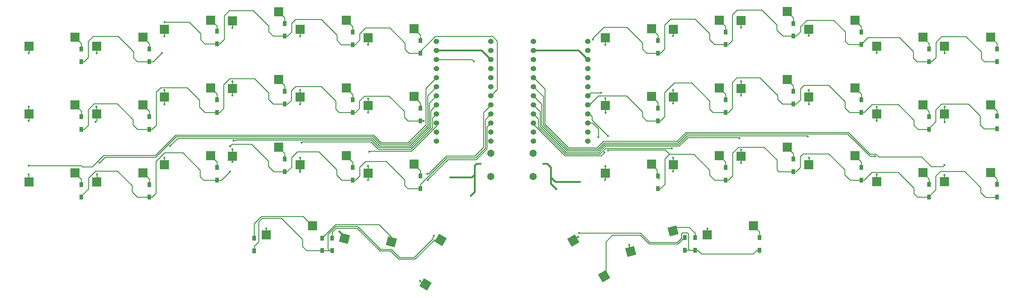
<source format=gbl>
G04 #@! TF.GenerationSoftware,KiCad,Pcbnew,7.0.1*
G04 #@! TF.CreationDate,2023-03-26T00:44:14-07:00*
G04 #@! TF.ProjectId,corne-wireless,636f726e-652d-4776-9972-656c6573732e,3.0.1*
G04 #@! TF.SameCoordinates,Original*
G04 #@! TF.FileFunction,Copper,L2,Bot*
G04 #@! TF.FilePolarity,Positive*
%FSLAX46Y46*%
G04 Gerber Fmt 4.6, Leading zero omitted, Abs format (unit mm)*
G04 Created by KiCad (PCBNEW 7.0.1) date 2023-03-26 00:44:14*
%MOMM*%
%LPD*%
G01*
G04 APERTURE LIST*
G04 Aperture macros list*
%AMRotRect*
0 Rectangle, with rotation*
0 The origin of the aperture is its center*
0 $1 length*
0 $2 width*
0 $3 Rotation angle, in degrees counterclockwise*
0 Add horizontal line*
21,1,$1,$2,0,0,$3*%
G04 Aperture macros list end*
G04 #@! TA.AperFunction,ComponentPad*
%ADD10C,2.000000*%
G04 #@! TD*
G04 #@! TA.AperFunction,SMDPad,CuDef*
%ADD11R,2.550000X2.500000*%
G04 #@! TD*
G04 #@! TA.AperFunction,SMDPad,CuDef*
%ADD12RotRect,2.550000X2.500000X165.000000*%
G04 #@! TD*
G04 #@! TA.AperFunction,SMDPad,CuDef*
%ADD13RotRect,2.550000X2.500000X240.000000*%
G04 #@! TD*
G04 #@! TA.AperFunction,SMDPad,CuDef*
%ADD14RotRect,2.550000X2.500000X120.000000*%
G04 #@! TD*
G04 #@! TA.AperFunction,SMDPad,CuDef*
%ADD15RotRect,2.550000X2.500000X195.000000*%
G04 #@! TD*
G04 #@! TA.AperFunction,ComponentPad*
%ADD16C,1.524000*%
G04 #@! TD*
G04 #@! TA.AperFunction,SMDPad,CuDef*
%ADD17R,1.000000X1.400000*%
G04 #@! TD*
G04 #@! TA.AperFunction,ViaPad*
%ADD18C,0.600000*%
G04 #@! TD*
G04 #@! TA.AperFunction,Conductor*
%ADD19C,0.508000*%
G04 #@! TD*
G04 #@! TA.AperFunction,Conductor*
%ADD20C,0.250000*%
G04 #@! TD*
G04 #@! TA.AperFunction,Conductor*
%ADD21C,0.254000*%
G04 #@! TD*
G04 #@! TA.AperFunction,Conductor*
%ADD22C,0.500000*%
G04 #@! TD*
G04 APERTURE END LIST*
D10*
X142424500Y-69781000D03*
X142424500Y-63281000D03*
D11*
X32022500Y-33240000D03*
X44949500Y-30700000D03*
X51022500Y-28490000D03*
X63949500Y-25950000D03*
X70022500Y-26115000D03*
X82949500Y-23575000D03*
X89022500Y-28490000D03*
X101949500Y-25950000D03*
X13022500Y-52240000D03*
X25949500Y-49700000D03*
X32022500Y-52240000D03*
X44949500Y-49700000D03*
X51022500Y-47490000D03*
X63949500Y-44950000D03*
X70022500Y-45115000D03*
X82949500Y-42575000D03*
X89022500Y-47490000D03*
X101949500Y-44950000D03*
X108022500Y-49865000D03*
X120949500Y-47325000D03*
X13022500Y-71240000D03*
X25949500Y-68700000D03*
X32022500Y-71240000D03*
X44949500Y-68700000D03*
X51022500Y-66490000D03*
X63949500Y-63950000D03*
X70022500Y-64115000D03*
X82949500Y-61575000D03*
X89022500Y-66490000D03*
X101949500Y-63950000D03*
X108022500Y-68865000D03*
X120949500Y-66325000D03*
X79522500Y-86115000D03*
X92449500Y-83575000D03*
D12*
X101421316Y-87117815D03*
X114565239Y-88010118D03*
D13*
X124115295Y-100020790D03*
X128379091Y-87555680D03*
D14*
X165521705Y-87744210D03*
X174184909Y-97669320D03*
D10*
X154304500Y-69772000D03*
X154304500Y-63272000D03*
D11*
X212529500Y-64110000D03*
X225456500Y-61570000D03*
X193529500Y-66485000D03*
X206456500Y-63945000D03*
X174529500Y-68860000D03*
X187456500Y-66320000D03*
X203029500Y-86110000D03*
X215956500Y-83570000D03*
D15*
X181613515Y-90780281D03*
X193442638Y-84981076D03*
D11*
X212529500Y-26110000D03*
X225456500Y-23570000D03*
X193529500Y-28485000D03*
X206456500Y-25945000D03*
X269529500Y-52235000D03*
X282456500Y-49695000D03*
X231529500Y-28485000D03*
X244456500Y-25945000D03*
X250529500Y-52235000D03*
X263456500Y-49695000D03*
X250529500Y-71235000D03*
X263456500Y-68695000D03*
X231529500Y-66485000D03*
X244456500Y-63945000D03*
X269529500Y-33235000D03*
X282456500Y-30695000D03*
X250529500Y-33235000D03*
X263456500Y-30695000D03*
X231529500Y-47485000D03*
X244456500Y-44945000D03*
X212529500Y-45110000D03*
X225456500Y-42570000D03*
X193529500Y-47485000D03*
X206456500Y-44945000D03*
X174529500Y-49860000D03*
X187456500Y-47320000D03*
X269529500Y-71235000D03*
X282456500Y-68695000D03*
X13022500Y-33240000D03*
X25949500Y-30700000D03*
X108022500Y-30865000D03*
X120949500Y-28325000D03*
X174522500Y-30865000D03*
X187449500Y-28325000D03*
D16*
X142423900Y-31942000D03*
X142423900Y-34482000D03*
X142423900Y-37022000D03*
X142423900Y-39562000D03*
X142423900Y-42102000D03*
X142423900Y-44642000D03*
X142423900Y-47182000D03*
X142423900Y-49722000D03*
X142423900Y-52262000D03*
X142423900Y-54802000D03*
X142423900Y-57342000D03*
X142423900Y-59882000D03*
X127203900Y-59882000D03*
X127203900Y-57342000D03*
X127203900Y-54802000D03*
X127203900Y-52262000D03*
X127203900Y-49722000D03*
X127203900Y-47182000D03*
X127203900Y-44642000D03*
X127203900Y-42102000D03*
X127203900Y-39562000D03*
X127203900Y-37022000D03*
X127203900Y-34482000D03*
X127203900Y-31942000D03*
X169598900Y-31912000D03*
X169598900Y-34452000D03*
X169598900Y-36992000D03*
X169598900Y-39532000D03*
X169598900Y-42072000D03*
X169598900Y-44612000D03*
X169598900Y-47152000D03*
X169598900Y-49692000D03*
X169598900Y-52232000D03*
X169598900Y-54772000D03*
X169598900Y-57312000D03*
X169598900Y-59852000D03*
X154378900Y-59852000D03*
X154378900Y-57312000D03*
X154378900Y-54772000D03*
X154378900Y-52232000D03*
X154378900Y-49692000D03*
X154378900Y-47152000D03*
X154378900Y-44612000D03*
X154378900Y-42072000D03*
X154378900Y-39532000D03*
X154378900Y-36992000D03*
X154378900Y-34452000D03*
X154378900Y-31912000D03*
D17*
X27734500Y-37551875D03*
X27734500Y-34001875D03*
X46734500Y-37555000D03*
X46734500Y-34005000D03*
X65707500Y-32555000D03*
X65707500Y-29005000D03*
X84707500Y-30430000D03*
X84707500Y-26880000D03*
X103707500Y-32805000D03*
X103707500Y-29255000D03*
X122707500Y-35180000D03*
X122707500Y-31630000D03*
X27734500Y-56551875D03*
X27734500Y-53001875D03*
X46734500Y-56555000D03*
X46734500Y-53005000D03*
X65707500Y-51805000D03*
X65707500Y-48255000D03*
X84707500Y-49430000D03*
X84707500Y-45880000D03*
X103707500Y-51805000D03*
X103707500Y-48255000D03*
X122707500Y-54180000D03*
X122707500Y-50630000D03*
X27734500Y-75551875D03*
X27734500Y-72001875D03*
X46734500Y-75555000D03*
X46734500Y-72005000D03*
X65707500Y-70805000D03*
X65707500Y-67255000D03*
X84707500Y-68430000D03*
X84707500Y-64880000D03*
X103707500Y-70805000D03*
X103707500Y-67255000D03*
X122707500Y-73180000D03*
X122707500Y-69630000D03*
X76157500Y-90545000D03*
X76157500Y-86995000D03*
X95164500Y-90540000D03*
X95164500Y-86990000D03*
X98007500Y-90540000D03*
X98007500Y-86990000D03*
X265214500Y-37550000D03*
X265214500Y-34000000D03*
X246214500Y-32800000D03*
X246214500Y-29250000D03*
X227214500Y-30425000D03*
X227214500Y-26875000D03*
X189207500Y-35180000D03*
X189207500Y-31630000D03*
X284214500Y-56400000D03*
X284214500Y-52850000D03*
X265214500Y-56550000D03*
X265214500Y-53000000D03*
X246214500Y-51800000D03*
X246214500Y-48250000D03*
X227214500Y-49425000D03*
X227214500Y-45875000D03*
X208214500Y-51800000D03*
X208214500Y-48250000D03*
X189207500Y-54180000D03*
X189207500Y-50630000D03*
X284214500Y-75550000D03*
X284214500Y-72000000D03*
X265214500Y-75550000D03*
X265214500Y-72000000D03*
X246214500Y-70800000D03*
X246214500Y-67250000D03*
X227214500Y-68425000D03*
X227214500Y-64875000D03*
X208214500Y-70800000D03*
X208214500Y-67250000D03*
X189207500Y-73180000D03*
X189207500Y-69630000D03*
X217714500Y-90410000D03*
X217714500Y-86860000D03*
X199664500Y-90425000D03*
X199664500Y-86875000D03*
X196814500Y-90425000D03*
X196814500Y-86875000D03*
X284214500Y-37550000D03*
X284214500Y-34000000D03*
X208214500Y-32800000D03*
X208214500Y-29250000D03*
D18*
X160823500Y-73272000D03*
X167427500Y-71240000D03*
X157192500Y-66160000D03*
X136872500Y-75170000D03*
X137709500Y-37458000D03*
X137709500Y-37458000D03*
X139545500Y-66160000D03*
X131105500Y-69970000D03*
X51107500Y-26505000D03*
X50307500Y-35105000D03*
X123607500Y-54205000D03*
X124607500Y-69005000D03*
X69382500Y-61305000D03*
X69382500Y-68405000D03*
X126493737Y-86382353D03*
X124807500Y-70805000D03*
X13007500Y-50205000D03*
X13007500Y-66705000D03*
X13007500Y-54205000D03*
X13007500Y-69205000D03*
X13007500Y-35205000D03*
X31707500Y-54405000D03*
X32107500Y-69205000D03*
X31964840Y-50194907D03*
X32796949Y-65894449D03*
X32007500Y-35205000D03*
X52577078Y-61174578D03*
X51007500Y-64505000D03*
X51007500Y-45505000D03*
X51007500Y-30505000D03*
X51007500Y-49505000D03*
X70007500Y-43105000D03*
X70007500Y-62105000D03*
X70007500Y-28105000D03*
X70007500Y-47105000D03*
X79507500Y-84305000D03*
X70007500Y-65705000D03*
X70407500Y-59705000D03*
X100007500Y-85205000D03*
X89407500Y-60305000D03*
X89007500Y-68505000D03*
X89007500Y-49505000D03*
X89007500Y-64505000D03*
X89007500Y-45505000D03*
X89007500Y-30505000D03*
X108007500Y-47905000D03*
X122607500Y-99005000D03*
X108007500Y-70805000D03*
X108007500Y-66805000D03*
X108007500Y-51805000D03*
X108007500Y-32805000D03*
X108407504Y-62805000D03*
X171063762Y-31389024D03*
X173357500Y-46265000D03*
X175232500Y-58415010D03*
X175232500Y-62500000D03*
X172537500Y-58715000D03*
X167110558Y-85628058D03*
X269617500Y-54555000D03*
X269607500Y-35205000D03*
X269547500Y-66550000D03*
X269507500Y-69305000D03*
X269592510Y-50205000D03*
X250507500Y-54205000D03*
X250507500Y-69205000D03*
X249997500Y-64100010D03*
X250507500Y-35105000D03*
X250507500Y-50305000D03*
X231607500Y-64505000D03*
X231234449Y-58513051D03*
X231507500Y-45505000D03*
X231607500Y-49505000D03*
X231507500Y-30305000D03*
X212507500Y-47105000D03*
X203087500Y-84335000D03*
X212107500Y-59020000D03*
X212507500Y-62205000D03*
X212557500Y-65985000D03*
X212507500Y-43105000D03*
X212507500Y-28005000D03*
X181187500Y-88895000D03*
X193517500Y-68325000D03*
X193507500Y-45505000D03*
X193137500Y-61875000D03*
X193507500Y-64505000D03*
X193507500Y-49305000D03*
X193507500Y-30405000D03*
X174507500Y-47805000D03*
X174507500Y-66905000D03*
X166887500Y-86675000D03*
X174607500Y-51905000D03*
X174507500Y-32805000D03*
X174417500Y-70675000D03*
X174297500Y-63015000D03*
D19*
X159299500Y-69970000D02*
X159299500Y-71748000D01*
X159299500Y-71748000D02*
X160823500Y-73272000D01*
X160569500Y-71240000D02*
X167427500Y-71240000D01*
X158283500Y-66160000D02*
X159299500Y-67176000D01*
X157192500Y-66160000D02*
X158283500Y-66160000D01*
X159299500Y-67176000D02*
X159299500Y-69970000D01*
X159299500Y-69970000D02*
X160569500Y-71240000D01*
D20*
X137273500Y-37022000D02*
X137709500Y-37458000D01*
X127203900Y-37022000D02*
X137273500Y-37022000D01*
D19*
X137963500Y-66668000D02*
X137963500Y-69208000D01*
X137963500Y-69208000D02*
X137963500Y-74079000D01*
X131105500Y-69970000D02*
X137201500Y-69970000D01*
X137201500Y-69970000D02*
X137963500Y-69208000D01*
X139545500Y-66160000D02*
X138471500Y-66160000D01*
X138471500Y-66160000D02*
X137963500Y-66668000D01*
X137963500Y-74079000D02*
X136872500Y-75170000D01*
D20*
X80220686Y-29205000D02*
X81445686Y-30430000D01*
X94907500Y-25705000D02*
X99307500Y-30105000D01*
X61107500Y-29705000D02*
X57907500Y-26505000D01*
X126869819Y-30505000D02*
X122707500Y-34667319D01*
X28484500Y-37551875D02*
X29607500Y-36428875D01*
X31007500Y-30505000D02*
X38007500Y-30505000D01*
X104407500Y-32805000D02*
X105707500Y-31505000D01*
X62257500Y-32555000D02*
X61107500Y-31405000D01*
X83957500Y-30430000D02*
X84707500Y-30430000D01*
X43357500Y-37555000D02*
X46734500Y-37555000D01*
X144207500Y-31805000D02*
X142907500Y-30505000D01*
X27734500Y-37551875D02*
X28484500Y-37551875D01*
X118407500Y-34105000D02*
X119482500Y-35180000D01*
X42307500Y-36505000D02*
X43357500Y-37555000D01*
X75907500Y-23305000D02*
X80207500Y-27605000D01*
X38007500Y-30505000D02*
X42307500Y-34805000D01*
X61107500Y-31405000D02*
X61107500Y-29705000D01*
X118407500Y-32405000D02*
X118407500Y-34105000D01*
X105707500Y-29805000D02*
X107407500Y-28105000D01*
X142423900Y-47182000D02*
X144207500Y-45398400D01*
X57907500Y-26505000D02*
X51531764Y-26505000D01*
X80207500Y-29205000D02*
X80220686Y-29205000D01*
X29607500Y-36428875D02*
X29607500Y-31905000D01*
X46734500Y-37555000D02*
X47857500Y-37555000D01*
X86607500Y-26805000D02*
X87707500Y-25705000D01*
X67707500Y-24705000D02*
X69107500Y-23305000D01*
X85457500Y-30430000D02*
X86607500Y-29280000D01*
X51531764Y-26505000D02*
X51107500Y-26505000D01*
X84707500Y-30430000D02*
X85457500Y-30430000D01*
X69107500Y-23305000D02*
X75907500Y-23305000D01*
X100507500Y-32805000D02*
X103707500Y-32805000D01*
X144207500Y-45398400D02*
X144207500Y-31805000D01*
X107407500Y-28105000D02*
X114107500Y-28105000D01*
X47857500Y-37555000D02*
X50307500Y-35105000D01*
X122707500Y-34667319D02*
X122707500Y-35180000D01*
X42307500Y-34805000D02*
X42307500Y-36505000D01*
X65707500Y-32555000D02*
X62257500Y-32555000D01*
X87707500Y-25705000D02*
X94907500Y-25705000D01*
X81445686Y-30430000D02*
X83957500Y-30430000D01*
X142907500Y-30505000D02*
X126869819Y-30505000D01*
X99307500Y-31605000D02*
X100507500Y-32805000D01*
X80207500Y-27605000D02*
X80207500Y-29205000D01*
X29607500Y-31905000D02*
X31007500Y-30505000D01*
X121957500Y-35180000D02*
X122707500Y-35180000D01*
X66457500Y-32555000D02*
X67707500Y-31305000D01*
X86607500Y-29280000D02*
X86607500Y-26805000D01*
X114107500Y-28105000D02*
X118407500Y-32405000D01*
X105707500Y-31505000D02*
X105707500Y-29805000D01*
X119482500Y-35180000D02*
X121957500Y-35180000D01*
X103707500Y-32805000D02*
X104407500Y-32805000D01*
X99307500Y-30105000D02*
X99307500Y-31605000D01*
X65707500Y-32555000D02*
X66457500Y-32555000D01*
X67707500Y-31305000D02*
X67707500Y-24705000D01*
X65707500Y-51805000D02*
X66457500Y-51805000D01*
X62307500Y-51805000D02*
X65707500Y-51805000D01*
X45984500Y-56555000D02*
X46734500Y-56555000D01*
X142423900Y-49788600D02*
X140407500Y-51805000D01*
X118207500Y-53205000D02*
X119182500Y-54180000D01*
X122707500Y-54180000D02*
X122832500Y-54180000D01*
X125007500Y-69005000D02*
X124607500Y-69005000D01*
X37732501Y-49330001D02*
X42207500Y-53805000D01*
X99907500Y-51805000D02*
X103707500Y-51805000D01*
X60807500Y-48354998D02*
X60807500Y-50305000D01*
X47484500Y-56555000D02*
X48707500Y-55332000D01*
X130007500Y-64005000D02*
X125007500Y-69005000D01*
X86507500Y-45705000D02*
X87707500Y-44505000D01*
X29607500Y-51005000D02*
X31282499Y-49330001D01*
X28484500Y-56551875D02*
X29607500Y-55428875D01*
X118207500Y-51505000D02*
X118207500Y-53205000D01*
X113907500Y-47205000D02*
X118207500Y-51505000D01*
X67607500Y-50655000D02*
X67607500Y-44005000D01*
X104457500Y-51805000D02*
X105607500Y-50655000D01*
X107007500Y-47205000D02*
X113907500Y-47205000D01*
X31282499Y-49330001D02*
X37732501Y-49330001D01*
X85457500Y-49430000D02*
X86507500Y-48380000D01*
X84707500Y-49430000D02*
X85457500Y-49430000D01*
X99007500Y-48605000D02*
X99007500Y-50905000D01*
X67607500Y-44005000D02*
X69307500Y-42305000D01*
X94907500Y-44505000D02*
X99007500Y-48605000D01*
X42207500Y-55305000D02*
X43457500Y-56555000D01*
X42207500Y-53805000D02*
X42207500Y-55305000D01*
X80207500Y-46305000D02*
X80207500Y-48205000D01*
X140407500Y-51805000D02*
X140407500Y-61505000D01*
X137907500Y-64005000D02*
X130007500Y-64005000D01*
X105607500Y-50655000D02*
X105607500Y-48605000D01*
X27734500Y-56551875D02*
X28484500Y-56551875D01*
X123582500Y-54180000D02*
X123607500Y-54205000D01*
X81432500Y-49430000D02*
X84707500Y-49430000D01*
X69307500Y-42305000D02*
X76207500Y-42305000D01*
X48707500Y-46105000D02*
X49932501Y-44879999D01*
X80207500Y-48205000D02*
X81432500Y-49430000D01*
X66457500Y-51805000D02*
X67607500Y-50655000D01*
X49932501Y-44879999D02*
X57332501Y-44879999D01*
X140407500Y-61505000D02*
X137907500Y-64005000D01*
X105607500Y-48605000D02*
X107007500Y-47205000D01*
X119182500Y-54180000D02*
X122707500Y-54180000D01*
X87707500Y-44505000D02*
X94907500Y-44505000D01*
X57332501Y-44879999D02*
X60807500Y-48354998D01*
X60807500Y-50305000D02*
X62307500Y-51805000D01*
X43457500Y-56555000D02*
X45984500Y-56555000D01*
X99007500Y-50905000D02*
X99907500Y-51805000D01*
X86507500Y-48380000D02*
X86507500Y-45705000D01*
X142423900Y-49722000D02*
X142423900Y-49788600D01*
X103707500Y-51805000D02*
X104457500Y-51805000D01*
X122707500Y-54180000D02*
X123582500Y-54180000D01*
X29607500Y-55428875D02*
X29607500Y-51005000D01*
X76207500Y-42305000D02*
X80207500Y-46305000D01*
X46734500Y-56555000D02*
X47484500Y-56555000D01*
X48707500Y-55332000D02*
X48707500Y-46105000D01*
X25949500Y-30700000D02*
X25949500Y-30725000D01*
X25949500Y-30725000D02*
X27734500Y-32510000D01*
X27734500Y-32510000D02*
X27734500Y-32751875D01*
X27734500Y-32751875D02*
X27734500Y-34001875D01*
D21*
X138173500Y-64505000D02*
X140859511Y-61818989D01*
X122707500Y-73105000D02*
X122707500Y-71978400D01*
D20*
X105707500Y-67105000D02*
X107307500Y-65505000D01*
X69382500Y-68430000D02*
X67007500Y-70805000D01*
X61007500Y-68005000D02*
X61007500Y-69805000D01*
X48607500Y-74432000D02*
X48607500Y-65533078D01*
D21*
X141661901Y-53023999D02*
X142423900Y-52262000D01*
D20*
X29707500Y-73205000D02*
X29707500Y-70205000D01*
X46057500Y-75555000D02*
X46734500Y-75555000D01*
X86607500Y-67105000D02*
X86607500Y-64405000D01*
X103707500Y-70805000D02*
X104457500Y-70805000D01*
X43357500Y-75555000D02*
X46057500Y-75555000D01*
X46734500Y-75555000D02*
X47484500Y-75555000D01*
X56107500Y-63105000D02*
X61007500Y-68005000D01*
X51035578Y-63105000D02*
X56107500Y-63105000D01*
X27734500Y-75551875D02*
X27734500Y-75178000D01*
X69382500Y-68405000D02*
X69382500Y-68430000D01*
X29707500Y-70205000D02*
X31707500Y-68205000D01*
X94207500Y-62805000D02*
X99207500Y-67805000D01*
X107307500Y-65505000D02*
X113107500Y-65505000D01*
X100707500Y-70805000D02*
X103707500Y-70805000D01*
X84707500Y-68430000D02*
X85282500Y-68430000D01*
X99207500Y-67805000D02*
X99207500Y-69305000D01*
D21*
X140859511Y-53826389D02*
X141661901Y-53023999D01*
D20*
X75407500Y-60705000D02*
X69982500Y-60705000D01*
X104457500Y-70805000D02*
X105707500Y-69555000D01*
X105707500Y-69555000D02*
X105707500Y-67105000D01*
X113107500Y-65505000D02*
X118307500Y-70705000D01*
X118307500Y-72305000D02*
X119182500Y-73180000D01*
X61007500Y-69805000D02*
X62007500Y-70805000D01*
D21*
X130180900Y-64505000D02*
X138173500Y-64505000D01*
D20*
X99207500Y-69305000D02*
X100707500Y-70805000D01*
X62007500Y-70805000D02*
X64957500Y-70805000D01*
X64957500Y-70805000D02*
X65707500Y-70805000D01*
X81632500Y-68430000D02*
X80107500Y-66905000D01*
X69982500Y-60705000D02*
X69382500Y-61305000D01*
X37807500Y-68205000D02*
X41907500Y-72305000D01*
X27734500Y-75178000D02*
X29707500Y-73205000D01*
X47484500Y-75555000D02*
X48607500Y-74432000D01*
X41907500Y-74105000D02*
X43357500Y-75555000D01*
X31707500Y-68205000D02*
X37807500Y-68205000D01*
X48607500Y-65533078D02*
X51035578Y-63105000D01*
X88207500Y-62805000D02*
X94207500Y-62805000D01*
X85282500Y-68430000D02*
X86607500Y-67105000D01*
X86607500Y-64405000D02*
X88207500Y-62805000D01*
X84707500Y-68430000D02*
X81632500Y-68430000D01*
X67007500Y-70805000D02*
X65707500Y-70805000D01*
X80107500Y-65405000D02*
X75407500Y-60705000D01*
X118307500Y-70705000D02*
X118307500Y-72305000D01*
X80107500Y-66905000D02*
X80107500Y-65405000D01*
X119182500Y-73180000D02*
X122707500Y-73180000D01*
D21*
X122707500Y-71978400D02*
X130180900Y-64505000D01*
X140859511Y-61818989D02*
X140859511Y-53826389D01*
D20*
X41907500Y-72305000D02*
X41907500Y-74105000D01*
X96807500Y-90090000D02*
X96807500Y-85941410D01*
X126193738Y-87218762D02*
X126193738Y-86682352D01*
X116857489Y-92454989D02*
X120957511Y-92454989D01*
X77407500Y-82405000D02*
X78407500Y-81405000D01*
X105093900Y-83754989D02*
X111493900Y-90154990D01*
X76157500Y-89295000D02*
X77407500Y-88045000D01*
X95207500Y-90540000D02*
X95164500Y-90540000D01*
X111493900Y-90154990D02*
X114557490Y-90154990D01*
X89707500Y-89405000D02*
X90842500Y-90540000D01*
D21*
X141313522Y-62007046D02*
X138315568Y-65005000D01*
D20*
X95164500Y-90540000D02*
X98007500Y-90540000D01*
D21*
X138315568Y-65005000D02*
X130607500Y-65005000D01*
D20*
X114557490Y-90154990D02*
X116857489Y-92454989D01*
X98993920Y-83754989D02*
X105093900Y-83754989D01*
X126193738Y-86682352D02*
X126493737Y-86382353D01*
X130357500Y-65005000D02*
X130607500Y-65005000D01*
X97257500Y-90540000D02*
X96807500Y-90090000D01*
X124807500Y-70805000D02*
X124807500Y-70555000D01*
X90842500Y-90540000D02*
X95207500Y-90540000D01*
X98007500Y-90540000D02*
X97257500Y-90540000D01*
D21*
X141313522Y-55912378D02*
X141313522Y-62007046D01*
D20*
X96807500Y-85941410D02*
X98993920Y-83754989D01*
X89707500Y-87405000D02*
X89707500Y-89405000D01*
X78407500Y-81405000D02*
X83707500Y-81405000D01*
X83707500Y-81405000D02*
X89707500Y-87405000D01*
X76157500Y-90545000D02*
X76157500Y-89295000D01*
X120957511Y-92454989D02*
X126193738Y-87218762D01*
D21*
X142423900Y-54802000D02*
X141313522Y-55912378D01*
D20*
X124807500Y-70555000D02*
X130357500Y-65005000D01*
X77407500Y-88045000D02*
X77407500Y-82405000D01*
X27734500Y-51440000D02*
X27734500Y-53001875D01*
X25949500Y-49700000D02*
X25994500Y-49700000D01*
X25994500Y-49700000D02*
X27734500Y-51440000D01*
X25949500Y-68715000D02*
X27734500Y-70500000D01*
X25949500Y-68700000D02*
X25949500Y-68715000D01*
X27734500Y-70500000D02*
X27734500Y-72001875D01*
X46734500Y-32520000D02*
X46734500Y-34005000D01*
X44949500Y-30735000D02*
X46734500Y-32520000D01*
X44949500Y-30700000D02*
X44949500Y-30735000D01*
X44949500Y-49700000D02*
X44984500Y-49700000D01*
X44984500Y-49700000D02*
X46734500Y-51450000D01*
X46734500Y-51450000D02*
X46734500Y-53005000D01*
X45014500Y-68700000D02*
X46734500Y-70420000D01*
X46734500Y-70420000D02*
X46734500Y-72005000D01*
X44949500Y-68700000D02*
X45014500Y-68700000D01*
D19*
X154383900Y-34453000D02*
X167063900Y-34453000D01*
X167063900Y-34453000D02*
X169603900Y-36993000D01*
D20*
X64034500Y-25950000D02*
X65707500Y-27623000D01*
X65707500Y-27623000D02*
X65707500Y-29005000D01*
X63949500Y-25950000D02*
X64034500Y-25950000D01*
X63949500Y-44950000D02*
X64044500Y-44950000D01*
X64044500Y-44950000D02*
X65707500Y-46613000D01*
X65707500Y-46613000D02*
X65707500Y-48255000D01*
X63949500Y-63955000D02*
X65707500Y-65713000D01*
X63949500Y-63950000D02*
X63949500Y-63955000D01*
X65707500Y-65713000D02*
X65707500Y-67255000D01*
X82979500Y-23575000D02*
X84707500Y-25303000D01*
X84707500Y-25303000D02*
X84707500Y-26880000D01*
X82949500Y-23575000D02*
X82979500Y-23575000D01*
X82949500Y-42575000D02*
X82999500Y-42575000D01*
X84707500Y-44283000D02*
X84707500Y-45880000D01*
X82999500Y-42575000D02*
X84707500Y-44283000D01*
X13007500Y-71225000D02*
X13022500Y-71240000D01*
D21*
X127203900Y-42102000D02*
X124234502Y-45071398D01*
X124234502Y-45071398D02*
X124234502Y-55267658D01*
X124234502Y-55267658D02*
X120948173Y-58553987D01*
D20*
X54080720Y-58144968D02*
X48420688Y-63805000D01*
X27707500Y-66705000D02*
X13431764Y-66705000D01*
X30787500Y-67020000D02*
X28022500Y-67020000D01*
X13007500Y-69205000D02*
X13007500Y-71225000D01*
X13007500Y-52225000D02*
X13022500Y-52240000D01*
X28022500Y-67020000D02*
X27707500Y-66705000D01*
X34002500Y-63805000D02*
X30787500Y-67020000D01*
X109570843Y-58144967D02*
X54080720Y-58144968D01*
X120907500Y-58605000D02*
X119248547Y-60263953D01*
X13022500Y-52240000D02*
X13022500Y-54190000D01*
X111689829Y-60263953D02*
X109570843Y-58144967D01*
X13431764Y-66705000D02*
X13007500Y-66705000D01*
X119248547Y-60263953D02*
X111689829Y-60263953D01*
X13022500Y-35190000D02*
X13007500Y-35205000D01*
X13022500Y-33240000D02*
X13022500Y-35190000D01*
X48420688Y-63805000D02*
X34002500Y-63805000D01*
X13007500Y-50205000D02*
X13007500Y-52225000D01*
X13022500Y-54190000D02*
X13007500Y-54205000D01*
X32022500Y-50252567D02*
X31964840Y-50194907D01*
X32022500Y-54190000D02*
X32022500Y-52240000D01*
X31707500Y-54405000D02*
X32022500Y-54190000D01*
D21*
X119487747Y-60715964D02*
X111502599Y-60715963D01*
X124688510Y-47157390D02*
X124688510Y-55515201D01*
X54267950Y-58596978D02*
X48559928Y-64305000D01*
X111502599Y-60715963D02*
X109383614Y-58596978D01*
X124688510Y-55515201D02*
X119487747Y-60715964D01*
D20*
X33096948Y-65594450D02*
X32796949Y-65894449D01*
X32022500Y-52240000D02*
X32022500Y-50252567D01*
X32107500Y-69205000D02*
X32107500Y-71155000D01*
D21*
X127203900Y-44642000D02*
X124688510Y-47157390D01*
D20*
X32107500Y-71155000D02*
X32022500Y-71240000D01*
X32022500Y-35190000D02*
X32007500Y-35205000D01*
D21*
X48559928Y-64305000D02*
X45807500Y-64305000D01*
D20*
X45807500Y-64305000D02*
X34386398Y-64305000D01*
X32022500Y-33240000D02*
X32022500Y-35190000D01*
D21*
X109383614Y-58596978D02*
X54267950Y-58596978D01*
D20*
X34386398Y-64305000D02*
X33096948Y-65594450D01*
X51007500Y-47475000D02*
X51022500Y-47490000D01*
D21*
X127203900Y-47182000D02*
X125142521Y-49243379D01*
X125142521Y-55703259D02*
X119675805Y-61169975D01*
D20*
X51022500Y-49490000D02*
X51007500Y-49505000D01*
D21*
X111314543Y-61169975D02*
X109195557Y-59050989D01*
X52877077Y-60874579D02*
X52577078Y-61174578D01*
D20*
X51007500Y-45505000D02*
X51007500Y-47475000D01*
D21*
X54700667Y-59050989D02*
X52877077Y-60874579D01*
D20*
X51022500Y-47490000D02*
X51022500Y-49490000D01*
X51007500Y-66475000D02*
X51022500Y-66490000D01*
D21*
X125142521Y-49243379D02*
X125142521Y-55703259D01*
D20*
X51022500Y-28490000D02*
X51022500Y-30490000D01*
D21*
X119675805Y-61169975D02*
X111314543Y-61169975D01*
X109195557Y-59050989D02*
X54700667Y-59050989D01*
D20*
X51007500Y-64505000D02*
X51007500Y-66475000D01*
X51022500Y-30490000D02*
X51007500Y-30505000D01*
X70022500Y-26115000D02*
X70022500Y-28090000D01*
D21*
X70831764Y-59705000D02*
X70407500Y-59705000D01*
X71031764Y-59505000D02*
X70831764Y-59705000D01*
D20*
X70007500Y-43105000D02*
X70007500Y-45100000D01*
X70022500Y-45115000D02*
X70022500Y-47090000D01*
D21*
X125596532Y-51329368D02*
X125596532Y-55891316D01*
X109007500Y-59505000D02*
X71031764Y-59505000D01*
X125596532Y-55891316D02*
X119863862Y-61623986D01*
D20*
X70007500Y-64100000D02*
X70022500Y-64115000D01*
D21*
X119863862Y-61623986D02*
X111126486Y-61623986D01*
D20*
X79507500Y-84305000D02*
X79507500Y-86100000D01*
X70022500Y-64115000D02*
X70022500Y-65690000D01*
X70022500Y-65690000D02*
X70007500Y-65705000D01*
X70022500Y-47090000D02*
X70007500Y-47105000D01*
X79507500Y-86100000D02*
X79522500Y-86115000D01*
X70007500Y-62105000D02*
X70007500Y-64100000D01*
D21*
X127203900Y-49722000D02*
X125596532Y-51329368D01*
D20*
X70007500Y-45100000D02*
X70022500Y-45115000D01*
D21*
X111126486Y-61623986D02*
X109007500Y-59505000D01*
D20*
X70022500Y-28090000D02*
X70007500Y-28105000D01*
X89007500Y-47475000D02*
X89022500Y-47490000D01*
D22*
X100307499Y-85504999D02*
X100007500Y-85205000D01*
D20*
X89022500Y-30490000D02*
X89007500Y-30505000D01*
X89022500Y-28490000D02*
X89022500Y-30490000D01*
D21*
X126050543Y-53415357D02*
X126441901Y-53023999D01*
D22*
X89022500Y-66490000D02*
X89022500Y-68490000D01*
D21*
X126441901Y-53023999D02*
X127203900Y-52262000D01*
X110907500Y-62105000D02*
X108807500Y-60005000D01*
D20*
X89007500Y-66475000D02*
X89022500Y-66490000D01*
D21*
X126050543Y-56079376D02*
X126050543Y-53415357D01*
D20*
X89007500Y-45505000D02*
X89007500Y-47475000D01*
X89022500Y-47490000D02*
X89022500Y-49490000D01*
D21*
X89407500Y-60305000D02*
X89707500Y-60005000D01*
X89707500Y-60005000D02*
X108807500Y-60005000D01*
D20*
X89007500Y-64505000D02*
X89007500Y-66475000D01*
X89022500Y-49490000D02*
X89007500Y-49505000D01*
D21*
X110907500Y-62105000D02*
X120024919Y-62105000D01*
D22*
X101807500Y-87005000D02*
X100307499Y-85504999D01*
D21*
X120024919Y-62105000D02*
X126050543Y-56079376D01*
D22*
X89022500Y-68490000D02*
X89007500Y-68505000D01*
D21*
X127203900Y-54802000D02*
X127203900Y-55597053D01*
D20*
X108022500Y-32790000D02*
X108007500Y-32805000D01*
X108022500Y-51790000D02*
X108007500Y-51805000D01*
D21*
X108607504Y-62605000D02*
X108407504Y-62805000D01*
X120195953Y-62605000D02*
X108607504Y-62605000D01*
D20*
X123707500Y-100205000D02*
X123931085Y-100205000D01*
X123931085Y-100205000D02*
X124115295Y-100020790D01*
X108007500Y-49850000D02*
X108022500Y-49865000D01*
X108022500Y-70790000D02*
X108007500Y-70805000D01*
X108022500Y-68865000D02*
X108022500Y-70790000D01*
X108022500Y-30865000D02*
X108022500Y-32790000D01*
X108007500Y-47905000D02*
X108007500Y-49850000D01*
D21*
X127203900Y-55597053D02*
X120195953Y-62605000D01*
D20*
X108007500Y-68850000D02*
X108022500Y-68865000D01*
X122607500Y-99105000D02*
X123707500Y-100205000D01*
X108007500Y-66805000D02*
X108007500Y-68850000D01*
X108022500Y-49865000D02*
X108022500Y-51790000D01*
X122607500Y-99005000D02*
X122607500Y-99105000D01*
X82949500Y-61575000D02*
X82969500Y-61575000D01*
X84707500Y-63313000D02*
X84707500Y-64880000D01*
X82969500Y-61575000D02*
X84707500Y-63313000D01*
X89857490Y-80954990D02*
X92449500Y-83547000D01*
X78157510Y-80954990D02*
X89857490Y-80954990D01*
X76157500Y-82955000D02*
X78157510Y-80954990D01*
X92449500Y-83547000D02*
X92449500Y-83575000D01*
X76157500Y-86995000D02*
X76157500Y-82955000D01*
X101949500Y-25995000D02*
X103707500Y-27753000D01*
X103707500Y-27753000D02*
X103707500Y-29255000D01*
X101949500Y-25950000D02*
X101949500Y-25995000D01*
X210067500Y-28205000D02*
X210097500Y-28175000D01*
X265964500Y-37550000D02*
X267117500Y-36397000D01*
X280682500Y-37550000D02*
X284214500Y-37550000D01*
X199647500Y-25665000D02*
X203697500Y-29715000D01*
X169598900Y-47152000D02*
X170485900Y-46265000D01*
X260757500Y-34665000D02*
X260757500Y-36545000D01*
X238453498Y-25945000D02*
X241747500Y-29239002D01*
X265214500Y-37550000D02*
X265964500Y-37550000D01*
X267117500Y-36397000D02*
X267117500Y-32155000D01*
X224197500Y-30425000D02*
X226464500Y-30425000D01*
X261762500Y-37550000D02*
X264464500Y-37550000D01*
X171063762Y-31389024D02*
X171063762Y-30964760D01*
X174063522Y-27965000D02*
X180487500Y-27965000D01*
X268697500Y-30575000D02*
X275557500Y-30575000D01*
X259947500Y-33855000D02*
X259947500Y-33915000D01*
X241747500Y-31915000D02*
X242632500Y-32800000D01*
X264464500Y-37550000D02*
X265214500Y-37550000D01*
X189957500Y-35180000D02*
X191087500Y-34050000D01*
X191087500Y-34050000D02*
X191087500Y-27345000D01*
X184897500Y-32375000D02*
X184897500Y-34035000D01*
X211397500Y-23135000D02*
X218347500Y-23135000D01*
X210097500Y-24435000D02*
X211397500Y-23135000D01*
X222487500Y-28715000D02*
X224197500Y-30425000D01*
X241747500Y-29239002D02*
X241747500Y-31915000D01*
X210067500Y-31697000D02*
X210067500Y-28205000D01*
X259947500Y-33855000D02*
X260757500Y-34665000D01*
X189207500Y-35180000D02*
X189957500Y-35180000D01*
X208964500Y-32800000D02*
X210067500Y-31697000D01*
X248087500Y-30825000D02*
X256917500Y-30825000D01*
X226464500Y-30425000D02*
X227214500Y-30425000D01*
X267117500Y-32155000D02*
X268697500Y-30575000D01*
X171063762Y-30964760D02*
X174063522Y-27965000D01*
X180487500Y-27965000D02*
X184897500Y-32375000D01*
X227214500Y-30425000D02*
X227964500Y-30425000D01*
X192767500Y-25665000D02*
X199647500Y-25665000D01*
X222487500Y-27275000D02*
X222487500Y-28715000D01*
X186042500Y-35180000D02*
X189207500Y-35180000D01*
X230959498Y-25945000D02*
X238453498Y-25945000D01*
X227964500Y-30425000D02*
X229197500Y-29192000D01*
X229197500Y-29192000D02*
X229197500Y-27706998D01*
X210097500Y-28175000D02*
X210097500Y-24435000D01*
X208214500Y-32800000D02*
X208964500Y-32800000D01*
X191087500Y-27345000D02*
X192767500Y-25665000D01*
X205082500Y-32800000D02*
X208214500Y-32800000D01*
X275557500Y-30575000D02*
X279797500Y-34815000D01*
X246112500Y-32800000D02*
X248087500Y-30825000D01*
X229197500Y-27706998D02*
X230959498Y-25945000D01*
X218347500Y-23135000D02*
X222487500Y-27275000D01*
X279797500Y-36665000D02*
X280682500Y-37550000D01*
X256917500Y-30825000D02*
X259947500Y-33855000D01*
X242632500Y-32800000D02*
X246112500Y-32800000D01*
X203697500Y-29715000D02*
X203697500Y-31415000D01*
X184897500Y-34035000D02*
X186042500Y-35180000D01*
X279797500Y-34815000D02*
X279797500Y-36665000D01*
X260757500Y-36545000D02*
X261762500Y-37550000D01*
X203697500Y-31415000D02*
X205082500Y-32800000D01*
X170485900Y-46265000D02*
X173357500Y-46265000D01*
X101949500Y-45045000D02*
X103707500Y-46803000D01*
X101949500Y-44950000D02*
X101949500Y-45045000D01*
X103707500Y-46803000D02*
X103707500Y-48255000D01*
X101949500Y-63950000D02*
X101949500Y-63995000D01*
X103707500Y-65753000D02*
X103707500Y-67255000D01*
X101949500Y-63995000D02*
X103707500Y-65753000D01*
X95164500Y-86948000D02*
X98907500Y-83205000D01*
X111054216Y-83205000D02*
X114565239Y-86716023D01*
X95164500Y-86990000D02*
X95164500Y-86948000D01*
X114565239Y-86716023D02*
X114565239Y-88010118D01*
X98907500Y-83205000D02*
X111054216Y-83205000D01*
X237067500Y-44165000D02*
X241647500Y-48745000D01*
X208964500Y-51800000D02*
X210047500Y-50717000D01*
X280592500Y-56400000D02*
X284214500Y-56400000D01*
X193852500Y-43495000D02*
X198697500Y-43495000D01*
X191127500Y-53010000D02*
X191127500Y-46220000D01*
X230097500Y-44165000D02*
X237067500Y-44165000D01*
X169598900Y-49692000D02*
X169990500Y-49692000D01*
X184957500Y-51655000D02*
X184957500Y-53055000D01*
X172527500Y-47155000D02*
X180457500Y-47155000D01*
X189957500Y-54180000D02*
X191127500Y-53010000D01*
X203757500Y-48555000D02*
X203757500Y-50915000D01*
X246214500Y-51800000D02*
X246964500Y-51800000D01*
X227214500Y-49425000D02*
X227964500Y-49425000D01*
X180457500Y-47155000D02*
X184957500Y-51655000D01*
X279457500Y-55265000D02*
X280592500Y-56400000D01*
X260987500Y-55415000D02*
X262122500Y-56550000D01*
X208214500Y-51800000D02*
X208964500Y-51800000D01*
X184957500Y-53055000D02*
X186082500Y-54180000D01*
X260987500Y-53985000D02*
X260987500Y-55415000D01*
X169990500Y-49692000D02*
X172527500Y-47155000D01*
X189207500Y-54180000D02*
X189957500Y-54180000D01*
X256607500Y-49605000D02*
X260987500Y-53985000D01*
X222757500Y-47055000D02*
X222757500Y-48065000D01*
X186082500Y-54180000D02*
X189207500Y-54180000D01*
X191127500Y-46220000D02*
X193852500Y-43495000D01*
X265214500Y-56550000D02*
X265214500Y-56248000D01*
X210047500Y-50717000D02*
X210047500Y-43385000D01*
X276213498Y-49455000D02*
X279457500Y-52699002D01*
X249159500Y-49605000D02*
X256607500Y-49605000D01*
X241647500Y-50505000D02*
X242942500Y-51800000D01*
X222757500Y-48065000D02*
X224117500Y-49425000D01*
X229167500Y-48222000D02*
X229167500Y-45095000D01*
X265214500Y-56248000D02*
X267027500Y-54435000D01*
X268667500Y-49455000D02*
X276213498Y-49455000D01*
X241647500Y-48745000D02*
X241647500Y-50505000D01*
X267027500Y-54435000D02*
X267027500Y-51095000D01*
X279457500Y-52699002D02*
X279457500Y-55265000D01*
X229167500Y-45095000D02*
X230097500Y-44165000D01*
X262122500Y-56550000D02*
X265214500Y-56550000D01*
X227964500Y-49425000D02*
X229167500Y-48222000D01*
X203757500Y-50915000D02*
X204642500Y-51800000D01*
X217767500Y-42065000D02*
X222757500Y-47055000D01*
X246964500Y-51800000D02*
X249159500Y-49605000D01*
X198697500Y-43495000D02*
X203757500Y-48555000D01*
X224117500Y-49425000D02*
X227214500Y-49425000D01*
X210047500Y-43385000D02*
X211367500Y-42065000D01*
X204642500Y-51800000D02*
X208214500Y-51800000D01*
X211367500Y-42065000D02*
X217767500Y-42065000D01*
X267027500Y-51095000D02*
X268667500Y-49455000D01*
X242942500Y-51800000D02*
X246214500Y-51800000D01*
X122707500Y-30103000D02*
X122707500Y-31630000D01*
X120949500Y-28325000D02*
X120949500Y-28345000D01*
X120949500Y-28345000D02*
X122707500Y-30103000D01*
X120949500Y-47447000D02*
X122707500Y-49205000D01*
X120949500Y-47325000D02*
X120949500Y-47447000D01*
X122707500Y-49205000D02*
X122707500Y-50630000D01*
X120949500Y-66375000D02*
X122707500Y-68133000D01*
X122707500Y-68133000D02*
X122707500Y-69630000D01*
X120949500Y-66325000D02*
X120949500Y-66375000D01*
X98007500Y-86990000D02*
X98007500Y-85377820D01*
X126556820Y-87555680D02*
X128379091Y-87555680D01*
X111307500Y-90605001D02*
X114307501Y-90605001D01*
X98007500Y-85377820D02*
X99180320Y-84205000D01*
X116607500Y-92905000D02*
X121207500Y-92905000D01*
X121207500Y-92905000D02*
X126556820Y-87555680D01*
X99180320Y-84205000D02*
X104907500Y-84205000D01*
X114307501Y-90605001D02*
X116607500Y-92905000D01*
X104907500Y-84205000D02*
X111307500Y-90605001D01*
X265214500Y-75288000D02*
X265214500Y-75550000D01*
X210167500Y-63155000D02*
X211817500Y-61505000D01*
X246214500Y-70800000D02*
X246964500Y-70800000D01*
X218967500Y-61505000D02*
X222577500Y-65115000D01*
X267027500Y-73475000D02*
X265214500Y-75288000D01*
X256549500Y-68557000D02*
X260957500Y-72965000D01*
X203757500Y-67945000D02*
X203757500Y-69395000D01*
X170747500Y-53930010D02*
X175232500Y-58415010D01*
X169994500Y-52232000D02*
X170747500Y-52985000D01*
X210167500Y-69597000D02*
X210167500Y-63155000D01*
X189207500Y-73180000D02*
X189957500Y-73180000D01*
X281027500Y-75605000D02*
X279697500Y-74275000D01*
X241527500Y-69275000D02*
X243052500Y-70800000D01*
X283464500Y-75550000D02*
X283409500Y-75605000D01*
X222577500Y-67915000D02*
X223087500Y-68425000D01*
X260957500Y-72965000D02*
X260957500Y-74575000D01*
X284214500Y-75550000D02*
X283464500Y-75550000D01*
X227214500Y-68425000D02*
X227964500Y-68425000D01*
X241527500Y-67815000D02*
X241527500Y-69275000D01*
X275157500Y-68345000D02*
X268357500Y-68345000D01*
X229137500Y-64155000D02*
X229907500Y-63385000D01*
X205162500Y-70800000D02*
X208214500Y-70800000D01*
X170747500Y-52985000D02*
X170747500Y-53930010D01*
X211817500Y-61505000D02*
X218967500Y-61505000D01*
X189957500Y-73180000D02*
X191147500Y-71990000D01*
X208214500Y-70800000D02*
X208964500Y-70800000D01*
X203757500Y-69395000D02*
X205162500Y-70800000D01*
X279697500Y-74275000D02*
X279697500Y-72885000D01*
X192437500Y-63495000D02*
X199307500Y-63495000D01*
X260957500Y-74575000D02*
X261932500Y-75550000D01*
X249207500Y-68557000D02*
X256549500Y-68557000D01*
X268357500Y-68345000D02*
X267027500Y-69675000D01*
X227687500Y-68425000D02*
X227214500Y-68425000D01*
X227964500Y-68425000D02*
X229137500Y-67252000D01*
X279697500Y-72885000D02*
X275157500Y-68345000D01*
X246964500Y-70800000D02*
X249207500Y-68557000D01*
X229137500Y-67252000D02*
X229137500Y-64155000D01*
X261932500Y-75550000D02*
X264464500Y-75550000D01*
X264464500Y-75550000D02*
X265214500Y-75550000D01*
X267027500Y-69675000D02*
X267027500Y-73475000D01*
X243052500Y-70800000D02*
X246214500Y-70800000D01*
X175427500Y-62305000D02*
X191247500Y-62305000D01*
X169598900Y-52232000D02*
X169994500Y-52232000D01*
X191147500Y-64785000D02*
X192437500Y-63495000D01*
X223087500Y-68425000D02*
X227687500Y-68425000D01*
X229907500Y-63385000D02*
X237097500Y-63385000D01*
X175232500Y-62500000D02*
X175427500Y-62305000D01*
X199307500Y-63495000D02*
X203757500Y-67945000D01*
X191247500Y-62305000D02*
X192437500Y-63495000D01*
X222577500Y-65115000D02*
X222577500Y-67915000D01*
X208964500Y-70800000D02*
X210167500Y-69597000D01*
X283409500Y-75605000D02*
X281027500Y-75605000D01*
X237097500Y-63385000D02*
X241527500Y-67815000D01*
X191147500Y-71990000D02*
X191147500Y-64785000D01*
X282456500Y-30695000D02*
X282489500Y-30695000D01*
X282489500Y-30695000D02*
X284214500Y-32420000D01*
X284214500Y-32420000D02*
X284214500Y-34000000D01*
X284214500Y-51600000D02*
X284214500Y-52850000D01*
X284214500Y-51390000D02*
X284214500Y-51600000D01*
X282456500Y-49695000D02*
X282519500Y-49695000D01*
X282519500Y-49695000D02*
X284214500Y-51390000D01*
X282456500Y-68695000D02*
X282479500Y-68695000D01*
X282479500Y-68695000D02*
X284214500Y-70430000D01*
X284214500Y-70430000D02*
X284214500Y-72000000D01*
X200414500Y-90425000D02*
X199664500Y-90425000D01*
X194647500Y-88185000D02*
X195807500Y-87025000D01*
X186977500Y-88185000D02*
X194647500Y-88185000D01*
X217714500Y-90410000D02*
X216964500Y-90410000D01*
X198914500Y-90425000D02*
X198167500Y-90405000D01*
X198167500Y-90405000D02*
X196814500Y-90425000D01*
X196139498Y-85465000D02*
X197489502Y-85465000D01*
X201394500Y-91405000D02*
X200414500Y-90425000D01*
X197797500Y-90035000D02*
X198167500Y-90405000D01*
X197797500Y-85772998D02*
X197797500Y-90035000D01*
X184420558Y-85628058D02*
X186977500Y-88185000D01*
X169598900Y-54772000D02*
X170934500Y-54772000D01*
X199664500Y-90425000D02*
X198914500Y-90425000D01*
X170934500Y-54772000D02*
X172537500Y-56375000D01*
X167110558Y-85628058D02*
X184420558Y-85628058D01*
X195807500Y-85796998D02*
X196139498Y-85465000D01*
X197489502Y-85465000D02*
X197797500Y-85772998D01*
X216964500Y-90410000D02*
X215969500Y-91405000D01*
X215969500Y-91405000D02*
X201394500Y-91405000D01*
X172537500Y-56375000D02*
X172537500Y-58715000D01*
X195807500Y-87025000D02*
X195807500Y-85796998D01*
X265214500Y-32490000D02*
X265214500Y-34000000D01*
X263456500Y-30695000D02*
X263456500Y-30732000D01*
X263456500Y-30732000D02*
X265214500Y-32490000D01*
X269529500Y-52235000D02*
X269529500Y-50268010D01*
D21*
X194593158Y-59875966D02*
X197085145Y-57383979D01*
X172177110Y-61674944D02*
X173976088Y-59875966D01*
D20*
X265817500Y-66950000D02*
X269147500Y-66950000D01*
D21*
X242591479Y-57383979D02*
X243787500Y-58580000D01*
X164172444Y-61674944D02*
X172177110Y-61674944D01*
X157567501Y-55070001D02*
X164172444Y-61674944D01*
D20*
X250297501Y-63475009D02*
X251097492Y-64275000D01*
X269147500Y-66950000D02*
X269547500Y-66550000D01*
D21*
X154383900Y-42073000D02*
X154450500Y-42073000D01*
X173976088Y-59875966D02*
X194593158Y-59875966D01*
D20*
X263142500Y-64275000D02*
X265817500Y-66950000D01*
D21*
X197085145Y-57383979D02*
X242591479Y-57383979D01*
D20*
X269529500Y-33235000D02*
X269529500Y-35127000D01*
X269507500Y-71213000D02*
X269529500Y-71235000D01*
X269529500Y-54467000D02*
X269617500Y-54555000D01*
X269529500Y-52235000D02*
X269529500Y-54467000D01*
X243787500Y-58570000D02*
X248692509Y-63475009D01*
X269529500Y-35127000D02*
X269607500Y-35205000D01*
X251097492Y-64275000D02*
X263142500Y-64275000D01*
D21*
X154450500Y-42073000D02*
X157567501Y-45190001D01*
X157567501Y-45190001D02*
X157567501Y-55070001D01*
D20*
X248692509Y-63475009D02*
X250297501Y-63475009D01*
X269529500Y-50268010D02*
X269592510Y-50205000D01*
X269507500Y-69305000D02*
X269507500Y-71213000D01*
X250507500Y-71213000D02*
X250529500Y-71235000D01*
D21*
X157113491Y-55288059D02*
X163954387Y-62128955D01*
X157113491Y-47342591D02*
X157113491Y-55288059D01*
X163954387Y-62128955D02*
X172365167Y-62128955D01*
X197273203Y-57837989D02*
X242364729Y-57837989D01*
D20*
X250529500Y-35083000D02*
X250507500Y-35105000D01*
D21*
X174164145Y-60329977D02*
X194781216Y-60329976D01*
X172365167Y-62128955D02*
X174164145Y-60329977D01*
X154383900Y-44613000D02*
X157113491Y-47342591D01*
X243607500Y-59040000D02*
X248417500Y-63850000D01*
D20*
X250507500Y-69205000D02*
X250507500Y-71213000D01*
X250529500Y-54183000D02*
X250507500Y-54205000D01*
X250507500Y-50305000D02*
X250507500Y-52213000D01*
X250529500Y-52235000D02*
X250529500Y-54183000D01*
D21*
X194781216Y-60329976D02*
X197273203Y-57837989D01*
D20*
X250507500Y-52213000D02*
X250529500Y-52235000D01*
X248647510Y-64100010D02*
X249997500Y-64100010D01*
D21*
X243496865Y-58970125D02*
X243607500Y-59040000D01*
D20*
X250529500Y-33235000D02*
X250529500Y-35083000D01*
X248377500Y-63830000D02*
X248647510Y-64100010D01*
D21*
X242364729Y-57837989D02*
X243496865Y-58970125D01*
X154383900Y-47153000D02*
X156659480Y-49428580D01*
X174352202Y-60783988D02*
X194969272Y-60783988D01*
X194969272Y-60783988D02*
X197453260Y-58300000D01*
X156659480Y-55476116D02*
X163766330Y-62582966D01*
D20*
X231529500Y-28485000D02*
X231529500Y-30283000D01*
X231607500Y-64505000D02*
X231607500Y-66407000D01*
X231529500Y-30283000D02*
X231507500Y-30305000D01*
D21*
X172553225Y-62582965D02*
X174352202Y-60783988D01*
X156659480Y-49428580D02*
X156659480Y-55476116D01*
X197453260Y-58300000D02*
X231021398Y-58300000D01*
X231021398Y-58300000D02*
X231234449Y-58513051D01*
D20*
X231507500Y-47463000D02*
X231529500Y-47485000D01*
X231529500Y-47485000D02*
X231529500Y-49427000D01*
X231507500Y-45505000D02*
X231507500Y-47463000D01*
X231607500Y-66407000D02*
X231529500Y-66485000D01*
X231529500Y-49427000D02*
X231607500Y-49505000D01*
D21*
X163766330Y-62582966D02*
X172553225Y-62582965D01*
D20*
X212507500Y-43105000D02*
X212507500Y-45088000D01*
X203029500Y-84393000D02*
X203087500Y-84335000D01*
X212529500Y-26110000D02*
X212529500Y-27983000D01*
X212529500Y-45110000D02*
X212529500Y-47083000D01*
D21*
X163578273Y-63036977D02*
X172741281Y-63036977D01*
D20*
X203029500Y-86110000D02*
X203029500Y-84393000D01*
X197628704Y-58810000D02*
X211897500Y-58810000D01*
X211897500Y-58810000D02*
X212107500Y-59020000D01*
X212529500Y-47083000D02*
X212507500Y-47105000D01*
D21*
X174540259Y-61237999D02*
X195200705Y-61237999D01*
D20*
X212507500Y-64088000D02*
X212529500Y-64110000D01*
X212557500Y-64138000D02*
X212529500Y-64110000D01*
X212507500Y-62205000D02*
X212507500Y-64088000D01*
X212557500Y-65985000D02*
X212557500Y-64138000D01*
X212507500Y-45088000D02*
X212529500Y-45110000D01*
D21*
X156205469Y-51514569D02*
X156205469Y-55664173D01*
D20*
X196432683Y-60006021D02*
X197628704Y-58810000D01*
D21*
X154383900Y-49693000D02*
X156205469Y-51514569D01*
X195200705Y-61237999D02*
X196432683Y-60006021D01*
D20*
X212529500Y-27983000D02*
X212507500Y-28005000D01*
D21*
X156205469Y-55664173D02*
X163578273Y-63036977D01*
X172741281Y-63036977D02*
X174540259Y-61237999D01*
D20*
X193529500Y-28485000D02*
X193529500Y-30383000D01*
X192713236Y-61875000D02*
X193137500Y-61875000D01*
X172974749Y-63490989D02*
X172974749Y-63442749D01*
X181187500Y-90354266D02*
X181613515Y-90780281D01*
X193507500Y-64505000D02*
X193507500Y-66463000D01*
X192693225Y-61854989D02*
X192713236Y-61875000D01*
X193529500Y-47485000D02*
X193529500Y-49283000D01*
X193507500Y-47463000D02*
X193529500Y-47485000D01*
D21*
X155751460Y-53600560D02*
X155751460Y-55852232D01*
D20*
X174562509Y-61854989D02*
X192693225Y-61854989D01*
X181187500Y-88895000D02*
X181187500Y-90354266D01*
D21*
X155751460Y-55852232D02*
X163390217Y-63490989D01*
D20*
X193507500Y-66463000D02*
X193529500Y-66485000D01*
X193529500Y-68313000D02*
X193517500Y-68325000D01*
X193529500Y-49283000D02*
X193507500Y-49305000D01*
D21*
X154383900Y-52233000D02*
X155751460Y-53600560D01*
D20*
X172974749Y-63442749D02*
X174562509Y-61854989D01*
D21*
X163390217Y-63490989D02*
X172974749Y-63490989D01*
D20*
X193529500Y-66485000D02*
X193529500Y-68313000D01*
X193529500Y-30383000D02*
X193507500Y-30405000D01*
X193507500Y-45505000D02*
X193507500Y-47463000D01*
X166590915Y-86675000D02*
X165521705Y-87744210D01*
X174529500Y-30860000D02*
X174529500Y-32783000D01*
D21*
X163202160Y-63945000D02*
X173162804Y-63945000D01*
D20*
X173162804Y-63945000D02*
X173367500Y-63945000D01*
X174507500Y-66905000D02*
X174507500Y-68838000D01*
X174529500Y-49860000D02*
X174529500Y-51827000D01*
X174529500Y-68860000D02*
X174529500Y-70563000D01*
X174529500Y-70563000D02*
X174417500Y-70675000D01*
D21*
X154383900Y-55126740D02*
X163202160Y-63945000D01*
D20*
X174507500Y-47805000D02*
X174507500Y-49838000D01*
X174507500Y-49838000D02*
X174529500Y-49860000D01*
X174529500Y-51827000D02*
X174607500Y-51905000D01*
X174507500Y-68838000D02*
X174529500Y-68860000D01*
D21*
X154383900Y-54773000D02*
X154383900Y-55126740D01*
D20*
X174529500Y-32783000D02*
X174507500Y-32805000D01*
X173367500Y-63945000D02*
X174297500Y-63015000D01*
X166887500Y-86675000D02*
X166590915Y-86675000D01*
X263456500Y-49695000D02*
X263456500Y-49772000D01*
X263456500Y-49772000D02*
X265214500Y-51530000D01*
X265214500Y-51530000D02*
X265214500Y-53000000D01*
X263469500Y-68695000D02*
X265214500Y-70440000D01*
X263456500Y-68695000D02*
X263469500Y-68695000D01*
X265214500Y-70440000D02*
X265214500Y-72000000D01*
X244456500Y-26012000D02*
X246214500Y-27770000D01*
X244456500Y-25945000D02*
X244456500Y-26012000D01*
X246214500Y-27770000D02*
X246214500Y-29250000D01*
X244549500Y-44945000D02*
X246214500Y-46610000D01*
X244456500Y-44945000D02*
X244549500Y-44945000D01*
X246214500Y-46610000D02*
X246214500Y-48250000D01*
X246214500Y-65690000D02*
X246214500Y-67250000D01*
X244456500Y-63945000D02*
X244469500Y-63945000D01*
X244469500Y-63945000D02*
X246214500Y-65690000D01*
X225456500Y-23572000D02*
X227214500Y-25330000D01*
X225456500Y-23570000D02*
X225456500Y-23572000D01*
X227214500Y-25330000D02*
X227214500Y-26875000D01*
X227214500Y-44400000D02*
X227214500Y-45875000D01*
X225456500Y-42642000D02*
X227214500Y-44400000D01*
X225456500Y-42570000D02*
X225456500Y-42642000D01*
X225456500Y-61592000D02*
X227214500Y-63350000D01*
X225456500Y-61570000D02*
X225456500Y-61592000D01*
X227214500Y-63350000D02*
X227214500Y-64875000D01*
X215956500Y-83570000D02*
X216072500Y-83570000D01*
X217714500Y-85212000D02*
X217714500Y-86860000D01*
X216072500Y-83570000D02*
X217714500Y-85212000D01*
X208214500Y-27690000D02*
X208214500Y-29250000D01*
X206469500Y-25945000D02*
X208214500Y-27690000D01*
X206456500Y-25945000D02*
X206469500Y-25945000D01*
X208214500Y-46730000D02*
X208214500Y-48250000D01*
X206456500Y-44945000D02*
X206456500Y-44972000D01*
X206456500Y-44972000D02*
X208214500Y-46730000D01*
X206489500Y-63945000D02*
X208214500Y-65670000D01*
X206456500Y-63945000D02*
X206489500Y-63945000D01*
X208214500Y-65670000D02*
X208214500Y-67250000D01*
X193442638Y-84981076D02*
X194483671Y-83940043D01*
X197979543Y-83940043D02*
X199664500Y-85625000D01*
X194483671Y-83940043D02*
X197979543Y-83940043D01*
X199664500Y-85625000D02*
X199664500Y-86875000D01*
X189207500Y-30143000D02*
X189207500Y-31630000D01*
X187456500Y-28392000D02*
X189207500Y-30143000D01*
X187456500Y-28320000D02*
X187456500Y-28392000D01*
X187456500Y-47320000D02*
X187524500Y-47320000D01*
X187524500Y-47320000D02*
X189207500Y-49003000D01*
X189207500Y-49003000D02*
X189207500Y-50630000D01*
D21*
X189614500Y-70482000D02*
X188777500Y-69645000D01*
D20*
X187456500Y-66320000D02*
X187456500Y-66362000D01*
X188964728Y-69192990D02*
X188964729Y-69192991D01*
X187456500Y-66362000D02*
X188964728Y-67870228D01*
X188964728Y-67870228D02*
X188964728Y-69192990D01*
X196627500Y-86875000D02*
X194867489Y-88635011D01*
X186791100Y-88635011D02*
X184326089Y-86170000D01*
X176497500Y-86170000D02*
X174647500Y-88020000D01*
X174647500Y-97206729D02*
X174184909Y-97669320D01*
X196814500Y-86875000D02*
X196627500Y-86875000D01*
X194867489Y-88635011D02*
X186791100Y-88635011D01*
X174647500Y-88020000D02*
X174647500Y-97206729D01*
X184326089Y-86170000D02*
X176497500Y-86170000D01*
D19*
X139883900Y-34482000D02*
X142423900Y-37022000D01*
X127203900Y-34482000D02*
X139883900Y-34482000D01*
M02*

</source>
